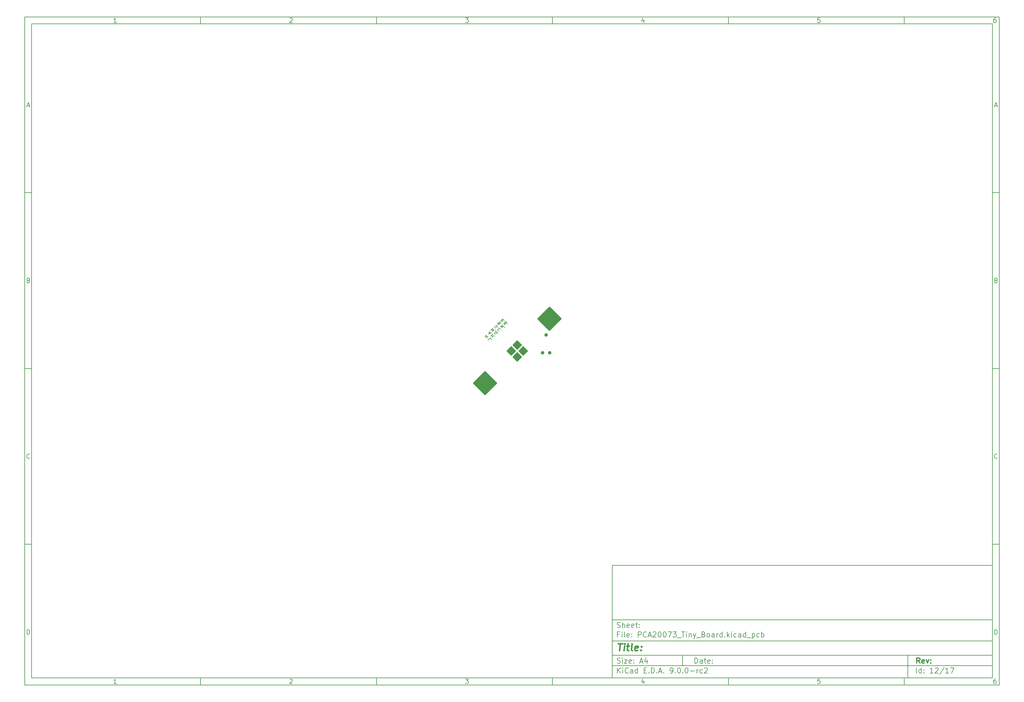
<source format=gbr>
G04 #@! TF.GenerationSoftware,KiCad,Pcbnew,9.0.0-rc2-3baa6cd791~182~ubuntu24.04.1*
G04 #@! TF.CreationDate,2025-02-06T23:09:26-05:00*
G04 #@! TF.ProjectId,PCA20073_Tiny_Board,50434132-3030-4373-935f-54696e795f42,rev?*
G04 #@! TF.SameCoordinates,PX82a22f1PY713a4f2*
G04 #@! TF.FileFunction,Soldermask,Bot*
G04 #@! TF.FilePolarity,Negative*
%FSLAX46Y46*%
G04 Gerber Fmt 4.6, Leading zero omitted, Abs format (unit mm)*
G04 Created by KiCad (PCBNEW 9.0.0-rc2-3baa6cd791~182~ubuntu24.04.1) date 2025-02-06 23:09:26*
%MOMM*%
%LPD*%
G01*
G04 APERTURE LIST*
%ADD10C,0.100000*%
%ADD11C,0.150000*%
%ADD12C,0.300000*%
%ADD13C,0.400000*%
%ADD14C,0.200000*%
%ADD15C,0.990600*%
G04 APERTURE END LIST*
D10*
D11*
X40023015Y-47279278D02*
X148023015Y-47279278D01*
X148023015Y-79279278D01*
X40023015Y-79279278D01*
X40023015Y-47279278D01*
D10*
D11*
X-126979185Y108727922D02*
X150023015Y108727922D01*
X150023015Y-81279278D01*
X-126979185Y-81279278D01*
X-126979185Y108727922D01*
D10*
D11*
X-124979185Y106727922D02*
X148023015Y106727922D01*
X148023015Y-79279278D01*
X-124979185Y-79279278D01*
X-124979185Y106727922D01*
D10*
D11*
X-76979185Y106727922D02*
X-76979185Y108727922D01*
D10*
D11*
X-26979185Y106727922D02*
X-26979185Y108727922D01*
D10*
D11*
X23020815Y106727922D02*
X23020815Y108727922D01*
D10*
D11*
X73020815Y106727922D02*
X73020815Y108727922D01*
D10*
D11*
X123020815Y106727922D02*
X123020815Y108727922D01*
D10*
D11*
X-100890025Y107134318D02*
X-101632882Y107134318D01*
X-101261454Y107134318D02*
X-101261454Y108434318D01*
X-101261454Y108434318D02*
X-101385263Y108248603D01*
X-101385263Y108248603D02*
X-101509073Y108124794D01*
X-101509073Y108124794D02*
X-101632882Y108062889D01*
D10*
D11*
X-51632882Y108310508D02*
X-51570978Y108372413D01*
X-51570978Y108372413D02*
X-51447168Y108434318D01*
X-51447168Y108434318D02*
X-51137644Y108434318D01*
X-51137644Y108434318D02*
X-51013835Y108372413D01*
X-51013835Y108372413D02*
X-50951930Y108310508D01*
X-50951930Y108310508D02*
X-50890025Y108186699D01*
X-50890025Y108186699D02*
X-50890025Y108062889D01*
X-50890025Y108062889D02*
X-50951930Y107877175D01*
X-50951930Y107877175D02*
X-51694787Y107134318D01*
X-51694787Y107134318D02*
X-50890025Y107134318D01*
D10*
D11*
X-1694787Y108434318D02*
X-890025Y108434318D01*
X-890025Y108434318D02*
X-1323359Y107939080D01*
X-1323359Y107939080D02*
X-1137644Y107939080D01*
X-1137644Y107939080D02*
X-1013835Y107877175D01*
X-1013835Y107877175D02*
X-951930Y107815270D01*
X-951930Y107815270D02*
X-890025Y107691461D01*
X-890025Y107691461D02*
X-890025Y107381937D01*
X-890025Y107381937D02*
X-951930Y107258127D01*
X-951930Y107258127D02*
X-1013835Y107196222D01*
X-1013835Y107196222D02*
X-1137644Y107134318D01*
X-1137644Y107134318D02*
X-1509073Y107134318D01*
X-1509073Y107134318D02*
X-1632882Y107196222D01*
X-1632882Y107196222D02*
X-1694787Y107258127D01*
D10*
D11*
X48986165Y108000984D02*
X48986165Y107134318D01*
X48676641Y108496222D02*
X48367118Y107567651D01*
X48367118Y107567651D02*
X49171879Y107567651D01*
D10*
D11*
X99048070Y108434318D02*
X98429022Y108434318D01*
X98429022Y108434318D02*
X98367118Y107815270D01*
X98367118Y107815270D02*
X98429022Y107877175D01*
X98429022Y107877175D02*
X98552832Y107939080D01*
X98552832Y107939080D02*
X98862356Y107939080D01*
X98862356Y107939080D02*
X98986165Y107877175D01*
X98986165Y107877175D02*
X99048070Y107815270D01*
X99048070Y107815270D02*
X99109975Y107691461D01*
X99109975Y107691461D02*
X99109975Y107381937D01*
X99109975Y107381937D02*
X99048070Y107258127D01*
X99048070Y107258127D02*
X98986165Y107196222D01*
X98986165Y107196222D02*
X98862356Y107134318D01*
X98862356Y107134318D02*
X98552832Y107134318D01*
X98552832Y107134318D02*
X98429022Y107196222D01*
X98429022Y107196222D02*
X98367118Y107258127D01*
D10*
D11*
X148986165Y108434318D02*
X148738546Y108434318D01*
X148738546Y108434318D02*
X148614737Y108372413D01*
X148614737Y108372413D02*
X148552832Y108310508D01*
X148552832Y108310508D02*
X148429022Y108124794D01*
X148429022Y108124794D02*
X148367118Y107877175D01*
X148367118Y107877175D02*
X148367118Y107381937D01*
X148367118Y107381937D02*
X148429022Y107258127D01*
X148429022Y107258127D02*
X148490927Y107196222D01*
X148490927Y107196222D02*
X148614737Y107134318D01*
X148614737Y107134318D02*
X148862356Y107134318D01*
X148862356Y107134318D02*
X148986165Y107196222D01*
X148986165Y107196222D02*
X149048070Y107258127D01*
X149048070Y107258127D02*
X149109975Y107381937D01*
X149109975Y107381937D02*
X149109975Y107691461D01*
X149109975Y107691461D02*
X149048070Y107815270D01*
X149048070Y107815270D02*
X148986165Y107877175D01*
X148986165Y107877175D02*
X148862356Y107939080D01*
X148862356Y107939080D02*
X148614737Y107939080D01*
X148614737Y107939080D02*
X148490927Y107877175D01*
X148490927Y107877175D02*
X148429022Y107815270D01*
X148429022Y107815270D02*
X148367118Y107691461D01*
D10*
D11*
X-76979185Y-79279278D02*
X-76979185Y-81279278D01*
D10*
D11*
X-26979185Y-79279278D02*
X-26979185Y-81279278D01*
D10*
D11*
X23020815Y-79279278D02*
X23020815Y-81279278D01*
D10*
D11*
X73020815Y-79279278D02*
X73020815Y-81279278D01*
D10*
D11*
X123020815Y-79279278D02*
X123020815Y-81279278D01*
D10*
D11*
X-100890025Y-80872882D02*
X-101632882Y-80872882D01*
X-101261454Y-80872882D02*
X-101261454Y-79572882D01*
X-101261454Y-79572882D02*
X-101385263Y-79758597D01*
X-101385263Y-79758597D02*
X-101509073Y-79882406D01*
X-101509073Y-79882406D02*
X-101632882Y-79944311D01*
D10*
D11*
X-51632882Y-79696692D02*
X-51570978Y-79634787D01*
X-51570978Y-79634787D02*
X-51447168Y-79572882D01*
X-51447168Y-79572882D02*
X-51137644Y-79572882D01*
X-51137644Y-79572882D02*
X-51013835Y-79634787D01*
X-51013835Y-79634787D02*
X-50951930Y-79696692D01*
X-50951930Y-79696692D02*
X-50890025Y-79820501D01*
X-50890025Y-79820501D02*
X-50890025Y-79944311D01*
X-50890025Y-79944311D02*
X-50951930Y-80130025D01*
X-50951930Y-80130025D02*
X-51694787Y-80872882D01*
X-51694787Y-80872882D02*
X-50890025Y-80872882D01*
D10*
D11*
X-1694787Y-79572882D02*
X-890025Y-79572882D01*
X-890025Y-79572882D02*
X-1323359Y-80068120D01*
X-1323359Y-80068120D02*
X-1137644Y-80068120D01*
X-1137644Y-80068120D02*
X-1013835Y-80130025D01*
X-1013835Y-80130025D02*
X-951930Y-80191930D01*
X-951930Y-80191930D02*
X-890025Y-80315739D01*
X-890025Y-80315739D02*
X-890025Y-80625263D01*
X-890025Y-80625263D02*
X-951930Y-80749073D01*
X-951930Y-80749073D02*
X-1013835Y-80810978D01*
X-1013835Y-80810978D02*
X-1137644Y-80872882D01*
X-1137644Y-80872882D02*
X-1509073Y-80872882D01*
X-1509073Y-80872882D02*
X-1632882Y-80810978D01*
X-1632882Y-80810978D02*
X-1694787Y-80749073D01*
D10*
D11*
X48986165Y-80006216D02*
X48986165Y-80872882D01*
X48676641Y-79510978D02*
X48367118Y-80439549D01*
X48367118Y-80439549D02*
X49171879Y-80439549D01*
D10*
D11*
X99048070Y-79572882D02*
X98429022Y-79572882D01*
X98429022Y-79572882D02*
X98367118Y-80191930D01*
X98367118Y-80191930D02*
X98429022Y-80130025D01*
X98429022Y-80130025D02*
X98552832Y-80068120D01*
X98552832Y-80068120D02*
X98862356Y-80068120D01*
X98862356Y-80068120D02*
X98986165Y-80130025D01*
X98986165Y-80130025D02*
X99048070Y-80191930D01*
X99048070Y-80191930D02*
X99109975Y-80315739D01*
X99109975Y-80315739D02*
X99109975Y-80625263D01*
X99109975Y-80625263D02*
X99048070Y-80749073D01*
X99048070Y-80749073D02*
X98986165Y-80810978D01*
X98986165Y-80810978D02*
X98862356Y-80872882D01*
X98862356Y-80872882D02*
X98552832Y-80872882D01*
X98552832Y-80872882D02*
X98429022Y-80810978D01*
X98429022Y-80810978D02*
X98367118Y-80749073D01*
D10*
D11*
X148986165Y-79572882D02*
X148738546Y-79572882D01*
X148738546Y-79572882D02*
X148614737Y-79634787D01*
X148614737Y-79634787D02*
X148552832Y-79696692D01*
X148552832Y-79696692D02*
X148429022Y-79882406D01*
X148429022Y-79882406D02*
X148367118Y-80130025D01*
X148367118Y-80130025D02*
X148367118Y-80625263D01*
X148367118Y-80625263D02*
X148429022Y-80749073D01*
X148429022Y-80749073D02*
X148490927Y-80810978D01*
X148490927Y-80810978D02*
X148614737Y-80872882D01*
X148614737Y-80872882D02*
X148862356Y-80872882D01*
X148862356Y-80872882D02*
X148986165Y-80810978D01*
X148986165Y-80810978D02*
X149048070Y-80749073D01*
X149048070Y-80749073D02*
X149109975Y-80625263D01*
X149109975Y-80625263D02*
X149109975Y-80315739D01*
X149109975Y-80315739D02*
X149048070Y-80191930D01*
X149048070Y-80191930D02*
X148986165Y-80130025D01*
X148986165Y-80130025D02*
X148862356Y-80068120D01*
X148862356Y-80068120D02*
X148614737Y-80068120D01*
X148614737Y-80068120D02*
X148490927Y-80130025D01*
X148490927Y-80130025D02*
X148429022Y-80191930D01*
X148429022Y-80191930D02*
X148367118Y-80315739D01*
D10*
D11*
X-126979185Y58727922D02*
X-124979185Y58727922D01*
D10*
D11*
X-126979185Y8727922D02*
X-124979185Y8727922D01*
D10*
D11*
X-126979185Y-41272078D02*
X-124979185Y-41272078D01*
D10*
D11*
X-126288709Y83505746D02*
X-125669662Y83505746D01*
X-126412519Y83134318D02*
X-125979186Y84434318D01*
X-125979186Y84434318D02*
X-125545852Y83134318D01*
D10*
D11*
X-125886328Y33815270D02*
X-125700614Y33753365D01*
X-125700614Y33753365D02*
X-125638709Y33691461D01*
X-125638709Y33691461D02*
X-125576805Y33567651D01*
X-125576805Y33567651D02*
X-125576805Y33381937D01*
X-125576805Y33381937D02*
X-125638709Y33258127D01*
X-125638709Y33258127D02*
X-125700614Y33196222D01*
X-125700614Y33196222D02*
X-125824424Y33134318D01*
X-125824424Y33134318D02*
X-126319662Y33134318D01*
X-126319662Y33134318D02*
X-126319662Y34434318D01*
X-126319662Y34434318D02*
X-125886328Y34434318D01*
X-125886328Y34434318D02*
X-125762519Y34372413D01*
X-125762519Y34372413D02*
X-125700614Y34310508D01*
X-125700614Y34310508D02*
X-125638709Y34186699D01*
X-125638709Y34186699D02*
X-125638709Y34062889D01*
X-125638709Y34062889D02*
X-125700614Y33939080D01*
X-125700614Y33939080D02*
X-125762519Y33877175D01*
X-125762519Y33877175D02*
X-125886328Y33815270D01*
X-125886328Y33815270D02*
X-126319662Y33815270D01*
D10*
D11*
X-125576805Y-16741873D02*
X-125638709Y-16803778D01*
X-125638709Y-16803778D02*
X-125824424Y-16865682D01*
X-125824424Y-16865682D02*
X-125948233Y-16865682D01*
X-125948233Y-16865682D02*
X-126133947Y-16803778D01*
X-126133947Y-16803778D02*
X-126257757Y-16679968D01*
X-126257757Y-16679968D02*
X-126319662Y-16556158D01*
X-126319662Y-16556158D02*
X-126381566Y-16308539D01*
X-126381566Y-16308539D02*
X-126381566Y-16122825D01*
X-126381566Y-16122825D02*
X-126319662Y-15875206D01*
X-126319662Y-15875206D02*
X-126257757Y-15751397D01*
X-126257757Y-15751397D02*
X-126133947Y-15627587D01*
X-126133947Y-15627587D02*
X-125948233Y-15565682D01*
X-125948233Y-15565682D02*
X-125824424Y-15565682D01*
X-125824424Y-15565682D02*
X-125638709Y-15627587D01*
X-125638709Y-15627587D02*
X-125576805Y-15689492D01*
D10*
D11*
X-126319662Y-66865682D02*
X-126319662Y-65565682D01*
X-126319662Y-65565682D02*
X-126010138Y-65565682D01*
X-126010138Y-65565682D02*
X-125824424Y-65627587D01*
X-125824424Y-65627587D02*
X-125700614Y-65751397D01*
X-125700614Y-65751397D02*
X-125638709Y-65875206D01*
X-125638709Y-65875206D02*
X-125576805Y-66122825D01*
X-125576805Y-66122825D02*
X-125576805Y-66308539D01*
X-125576805Y-66308539D02*
X-125638709Y-66556158D01*
X-125638709Y-66556158D02*
X-125700614Y-66679968D01*
X-125700614Y-66679968D02*
X-125824424Y-66803778D01*
X-125824424Y-66803778D02*
X-126010138Y-66865682D01*
X-126010138Y-66865682D02*
X-126319662Y-66865682D01*
D10*
D11*
X150023015Y58727922D02*
X148023015Y58727922D01*
D10*
D11*
X150023015Y8727922D02*
X148023015Y8727922D01*
D10*
D11*
X150023015Y-41272078D02*
X148023015Y-41272078D01*
D10*
D11*
X148713491Y83505746D02*
X149332538Y83505746D01*
X148589681Y83134318D02*
X149023014Y84434318D01*
X149023014Y84434318D02*
X149456348Y83134318D01*
D10*
D11*
X149115872Y33815270D02*
X149301586Y33753365D01*
X149301586Y33753365D02*
X149363491Y33691461D01*
X149363491Y33691461D02*
X149425395Y33567651D01*
X149425395Y33567651D02*
X149425395Y33381937D01*
X149425395Y33381937D02*
X149363491Y33258127D01*
X149363491Y33258127D02*
X149301586Y33196222D01*
X149301586Y33196222D02*
X149177776Y33134318D01*
X149177776Y33134318D02*
X148682538Y33134318D01*
X148682538Y33134318D02*
X148682538Y34434318D01*
X148682538Y34434318D02*
X149115872Y34434318D01*
X149115872Y34434318D02*
X149239681Y34372413D01*
X149239681Y34372413D02*
X149301586Y34310508D01*
X149301586Y34310508D02*
X149363491Y34186699D01*
X149363491Y34186699D02*
X149363491Y34062889D01*
X149363491Y34062889D02*
X149301586Y33939080D01*
X149301586Y33939080D02*
X149239681Y33877175D01*
X149239681Y33877175D02*
X149115872Y33815270D01*
X149115872Y33815270D02*
X148682538Y33815270D01*
D10*
D11*
X149425395Y-16741873D02*
X149363491Y-16803778D01*
X149363491Y-16803778D02*
X149177776Y-16865682D01*
X149177776Y-16865682D02*
X149053967Y-16865682D01*
X149053967Y-16865682D02*
X148868253Y-16803778D01*
X148868253Y-16803778D02*
X148744443Y-16679968D01*
X148744443Y-16679968D02*
X148682538Y-16556158D01*
X148682538Y-16556158D02*
X148620634Y-16308539D01*
X148620634Y-16308539D02*
X148620634Y-16122825D01*
X148620634Y-16122825D02*
X148682538Y-15875206D01*
X148682538Y-15875206D02*
X148744443Y-15751397D01*
X148744443Y-15751397D02*
X148868253Y-15627587D01*
X148868253Y-15627587D02*
X149053967Y-15565682D01*
X149053967Y-15565682D02*
X149177776Y-15565682D01*
X149177776Y-15565682D02*
X149363491Y-15627587D01*
X149363491Y-15627587D02*
X149425395Y-15689492D01*
D10*
D11*
X148682538Y-66865682D02*
X148682538Y-65565682D01*
X148682538Y-65565682D02*
X148992062Y-65565682D01*
X148992062Y-65565682D02*
X149177776Y-65627587D01*
X149177776Y-65627587D02*
X149301586Y-65751397D01*
X149301586Y-65751397D02*
X149363491Y-65875206D01*
X149363491Y-65875206D02*
X149425395Y-66122825D01*
X149425395Y-66122825D02*
X149425395Y-66308539D01*
X149425395Y-66308539D02*
X149363491Y-66556158D01*
X149363491Y-66556158D02*
X149301586Y-66679968D01*
X149301586Y-66679968D02*
X149177776Y-66803778D01*
X149177776Y-66803778D02*
X148992062Y-66865682D01*
X148992062Y-66865682D02*
X148682538Y-66865682D01*
D10*
D11*
X63478841Y-75065406D02*
X63478841Y-73565406D01*
X63478841Y-73565406D02*
X63835984Y-73565406D01*
X63835984Y-73565406D02*
X64050270Y-73636835D01*
X64050270Y-73636835D02*
X64193127Y-73779692D01*
X64193127Y-73779692D02*
X64264556Y-73922549D01*
X64264556Y-73922549D02*
X64335984Y-74208263D01*
X64335984Y-74208263D02*
X64335984Y-74422549D01*
X64335984Y-74422549D02*
X64264556Y-74708263D01*
X64264556Y-74708263D02*
X64193127Y-74851120D01*
X64193127Y-74851120D02*
X64050270Y-74993978D01*
X64050270Y-74993978D02*
X63835984Y-75065406D01*
X63835984Y-75065406D02*
X63478841Y-75065406D01*
X65621699Y-75065406D02*
X65621699Y-74279692D01*
X65621699Y-74279692D02*
X65550270Y-74136835D01*
X65550270Y-74136835D02*
X65407413Y-74065406D01*
X65407413Y-74065406D02*
X65121699Y-74065406D01*
X65121699Y-74065406D02*
X64978841Y-74136835D01*
X65621699Y-74993978D02*
X65478841Y-75065406D01*
X65478841Y-75065406D02*
X65121699Y-75065406D01*
X65121699Y-75065406D02*
X64978841Y-74993978D01*
X64978841Y-74993978D02*
X64907413Y-74851120D01*
X64907413Y-74851120D02*
X64907413Y-74708263D01*
X64907413Y-74708263D02*
X64978841Y-74565406D01*
X64978841Y-74565406D02*
X65121699Y-74493978D01*
X65121699Y-74493978D02*
X65478841Y-74493978D01*
X65478841Y-74493978D02*
X65621699Y-74422549D01*
X66121699Y-74065406D02*
X66693127Y-74065406D01*
X66335984Y-73565406D02*
X66335984Y-74851120D01*
X66335984Y-74851120D02*
X66407413Y-74993978D01*
X66407413Y-74993978D02*
X66550270Y-75065406D01*
X66550270Y-75065406D02*
X66693127Y-75065406D01*
X67764556Y-74993978D02*
X67621699Y-75065406D01*
X67621699Y-75065406D02*
X67335985Y-75065406D01*
X67335985Y-75065406D02*
X67193127Y-74993978D01*
X67193127Y-74993978D02*
X67121699Y-74851120D01*
X67121699Y-74851120D02*
X67121699Y-74279692D01*
X67121699Y-74279692D02*
X67193127Y-74136835D01*
X67193127Y-74136835D02*
X67335985Y-74065406D01*
X67335985Y-74065406D02*
X67621699Y-74065406D01*
X67621699Y-74065406D02*
X67764556Y-74136835D01*
X67764556Y-74136835D02*
X67835985Y-74279692D01*
X67835985Y-74279692D02*
X67835985Y-74422549D01*
X67835985Y-74422549D02*
X67121699Y-74565406D01*
X68478841Y-74922549D02*
X68550270Y-74993978D01*
X68550270Y-74993978D02*
X68478841Y-75065406D01*
X68478841Y-75065406D02*
X68407413Y-74993978D01*
X68407413Y-74993978D02*
X68478841Y-74922549D01*
X68478841Y-74922549D02*
X68478841Y-75065406D01*
X68478841Y-74136835D02*
X68550270Y-74208263D01*
X68550270Y-74208263D02*
X68478841Y-74279692D01*
X68478841Y-74279692D02*
X68407413Y-74208263D01*
X68407413Y-74208263D02*
X68478841Y-74136835D01*
X68478841Y-74136835D02*
X68478841Y-74279692D01*
D10*
D11*
X40023015Y-75779278D02*
X148023015Y-75779278D01*
D10*
D11*
X41478841Y-77865406D02*
X41478841Y-76365406D01*
X42335984Y-77865406D02*
X41693127Y-77008263D01*
X42335984Y-76365406D02*
X41478841Y-77222549D01*
X42978841Y-77865406D02*
X42978841Y-76865406D01*
X42978841Y-76365406D02*
X42907413Y-76436835D01*
X42907413Y-76436835D02*
X42978841Y-76508263D01*
X42978841Y-76508263D02*
X43050270Y-76436835D01*
X43050270Y-76436835D02*
X42978841Y-76365406D01*
X42978841Y-76365406D02*
X42978841Y-76508263D01*
X44550270Y-77722549D02*
X44478842Y-77793978D01*
X44478842Y-77793978D02*
X44264556Y-77865406D01*
X44264556Y-77865406D02*
X44121699Y-77865406D01*
X44121699Y-77865406D02*
X43907413Y-77793978D01*
X43907413Y-77793978D02*
X43764556Y-77651120D01*
X43764556Y-77651120D02*
X43693127Y-77508263D01*
X43693127Y-77508263D02*
X43621699Y-77222549D01*
X43621699Y-77222549D02*
X43621699Y-77008263D01*
X43621699Y-77008263D02*
X43693127Y-76722549D01*
X43693127Y-76722549D02*
X43764556Y-76579692D01*
X43764556Y-76579692D02*
X43907413Y-76436835D01*
X43907413Y-76436835D02*
X44121699Y-76365406D01*
X44121699Y-76365406D02*
X44264556Y-76365406D01*
X44264556Y-76365406D02*
X44478842Y-76436835D01*
X44478842Y-76436835D02*
X44550270Y-76508263D01*
X45835985Y-77865406D02*
X45835985Y-77079692D01*
X45835985Y-77079692D02*
X45764556Y-76936835D01*
X45764556Y-76936835D02*
X45621699Y-76865406D01*
X45621699Y-76865406D02*
X45335985Y-76865406D01*
X45335985Y-76865406D02*
X45193127Y-76936835D01*
X45835985Y-77793978D02*
X45693127Y-77865406D01*
X45693127Y-77865406D02*
X45335985Y-77865406D01*
X45335985Y-77865406D02*
X45193127Y-77793978D01*
X45193127Y-77793978D02*
X45121699Y-77651120D01*
X45121699Y-77651120D02*
X45121699Y-77508263D01*
X45121699Y-77508263D02*
X45193127Y-77365406D01*
X45193127Y-77365406D02*
X45335985Y-77293978D01*
X45335985Y-77293978D02*
X45693127Y-77293978D01*
X45693127Y-77293978D02*
X45835985Y-77222549D01*
X47193128Y-77865406D02*
X47193128Y-76365406D01*
X47193128Y-77793978D02*
X47050270Y-77865406D01*
X47050270Y-77865406D02*
X46764556Y-77865406D01*
X46764556Y-77865406D02*
X46621699Y-77793978D01*
X46621699Y-77793978D02*
X46550270Y-77722549D01*
X46550270Y-77722549D02*
X46478842Y-77579692D01*
X46478842Y-77579692D02*
X46478842Y-77151120D01*
X46478842Y-77151120D02*
X46550270Y-77008263D01*
X46550270Y-77008263D02*
X46621699Y-76936835D01*
X46621699Y-76936835D02*
X46764556Y-76865406D01*
X46764556Y-76865406D02*
X47050270Y-76865406D01*
X47050270Y-76865406D02*
X47193128Y-76936835D01*
X49050270Y-77079692D02*
X49550270Y-77079692D01*
X49764556Y-77865406D02*
X49050270Y-77865406D01*
X49050270Y-77865406D02*
X49050270Y-76365406D01*
X49050270Y-76365406D02*
X49764556Y-76365406D01*
X50407413Y-77722549D02*
X50478842Y-77793978D01*
X50478842Y-77793978D02*
X50407413Y-77865406D01*
X50407413Y-77865406D02*
X50335985Y-77793978D01*
X50335985Y-77793978D02*
X50407413Y-77722549D01*
X50407413Y-77722549D02*
X50407413Y-77865406D01*
X51121699Y-77865406D02*
X51121699Y-76365406D01*
X51121699Y-76365406D02*
X51478842Y-76365406D01*
X51478842Y-76365406D02*
X51693128Y-76436835D01*
X51693128Y-76436835D02*
X51835985Y-76579692D01*
X51835985Y-76579692D02*
X51907414Y-76722549D01*
X51907414Y-76722549D02*
X51978842Y-77008263D01*
X51978842Y-77008263D02*
X51978842Y-77222549D01*
X51978842Y-77222549D02*
X51907414Y-77508263D01*
X51907414Y-77508263D02*
X51835985Y-77651120D01*
X51835985Y-77651120D02*
X51693128Y-77793978D01*
X51693128Y-77793978D02*
X51478842Y-77865406D01*
X51478842Y-77865406D02*
X51121699Y-77865406D01*
X52621699Y-77722549D02*
X52693128Y-77793978D01*
X52693128Y-77793978D02*
X52621699Y-77865406D01*
X52621699Y-77865406D02*
X52550271Y-77793978D01*
X52550271Y-77793978D02*
X52621699Y-77722549D01*
X52621699Y-77722549D02*
X52621699Y-77865406D01*
X53264557Y-77436835D02*
X53978843Y-77436835D01*
X53121700Y-77865406D02*
X53621700Y-76365406D01*
X53621700Y-76365406D02*
X54121700Y-77865406D01*
X54621699Y-77722549D02*
X54693128Y-77793978D01*
X54693128Y-77793978D02*
X54621699Y-77865406D01*
X54621699Y-77865406D02*
X54550271Y-77793978D01*
X54550271Y-77793978D02*
X54621699Y-77722549D01*
X54621699Y-77722549D02*
X54621699Y-77865406D01*
X56550271Y-77865406D02*
X56835985Y-77865406D01*
X56835985Y-77865406D02*
X56978842Y-77793978D01*
X56978842Y-77793978D02*
X57050271Y-77722549D01*
X57050271Y-77722549D02*
X57193128Y-77508263D01*
X57193128Y-77508263D02*
X57264557Y-77222549D01*
X57264557Y-77222549D02*
X57264557Y-76651120D01*
X57264557Y-76651120D02*
X57193128Y-76508263D01*
X57193128Y-76508263D02*
X57121700Y-76436835D01*
X57121700Y-76436835D02*
X56978842Y-76365406D01*
X56978842Y-76365406D02*
X56693128Y-76365406D01*
X56693128Y-76365406D02*
X56550271Y-76436835D01*
X56550271Y-76436835D02*
X56478842Y-76508263D01*
X56478842Y-76508263D02*
X56407414Y-76651120D01*
X56407414Y-76651120D02*
X56407414Y-77008263D01*
X56407414Y-77008263D02*
X56478842Y-77151120D01*
X56478842Y-77151120D02*
X56550271Y-77222549D01*
X56550271Y-77222549D02*
X56693128Y-77293978D01*
X56693128Y-77293978D02*
X56978842Y-77293978D01*
X56978842Y-77293978D02*
X57121700Y-77222549D01*
X57121700Y-77222549D02*
X57193128Y-77151120D01*
X57193128Y-77151120D02*
X57264557Y-77008263D01*
X57907413Y-77722549D02*
X57978842Y-77793978D01*
X57978842Y-77793978D02*
X57907413Y-77865406D01*
X57907413Y-77865406D02*
X57835985Y-77793978D01*
X57835985Y-77793978D02*
X57907413Y-77722549D01*
X57907413Y-77722549D02*
X57907413Y-77865406D01*
X58907414Y-76365406D02*
X59050271Y-76365406D01*
X59050271Y-76365406D02*
X59193128Y-76436835D01*
X59193128Y-76436835D02*
X59264557Y-76508263D01*
X59264557Y-76508263D02*
X59335985Y-76651120D01*
X59335985Y-76651120D02*
X59407414Y-76936835D01*
X59407414Y-76936835D02*
X59407414Y-77293978D01*
X59407414Y-77293978D02*
X59335985Y-77579692D01*
X59335985Y-77579692D02*
X59264557Y-77722549D01*
X59264557Y-77722549D02*
X59193128Y-77793978D01*
X59193128Y-77793978D02*
X59050271Y-77865406D01*
X59050271Y-77865406D02*
X58907414Y-77865406D01*
X58907414Y-77865406D02*
X58764557Y-77793978D01*
X58764557Y-77793978D02*
X58693128Y-77722549D01*
X58693128Y-77722549D02*
X58621699Y-77579692D01*
X58621699Y-77579692D02*
X58550271Y-77293978D01*
X58550271Y-77293978D02*
X58550271Y-76936835D01*
X58550271Y-76936835D02*
X58621699Y-76651120D01*
X58621699Y-76651120D02*
X58693128Y-76508263D01*
X58693128Y-76508263D02*
X58764557Y-76436835D01*
X58764557Y-76436835D02*
X58907414Y-76365406D01*
X60050270Y-77722549D02*
X60121699Y-77793978D01*
X60121699Y-77793978D02*
X60050270Y-77865406D01*
X60050270Y-77865406D02*
X59978842Y-77793978D01*
X59978842Y-77793978D02*
X60050270Y-77722549D01*
X60050270Y-77722549D02*
X60050270Y-77865406D01*
X61050271Y-76365406D02*
X61193128Y-76365406D01*
X61193128Y-76365406D02*
X61335985Y-76436835D01*
X61335985Y-76436835D02*
X61407414Y-76508263D01*
X61407414Y-76508263D02*
X61478842Y-76651120D01*
X61478842Y-76651120D02*
X61550271Y-76936835D01*
X61550271Y-76936835D02*
X61550271Y-77293978D01*
X61550271Y-77293978D02*
X61478842Y-77579692D01*
X61478842Y-77579692D02*
X61407414Y-77722549D01*
X61407414Y-77722549D02*
X61335985Y-77793978D01*
X61335985Y-77793978D02*
X61193128Y-77865406D01*
X61193128Y-77865406D02*
X61050271Y-77865406D01*
X61050271Y-77865406D02*
X60907414Y-77793978D01*
X60907414Y-77793978D02*
X60835985Y-77722549D01*
X60835985Y-77722549D02*
X60764556Y-77579692D01*
X60764556Y-77579692D02*
X60693128Y-77293978D01*
X60693128Y-77293978D02*
X60693128Y-76936835D01*
X60693128Y-76936835D02*
X60764556Y-76651120D01*
X60764556Y-76651120D02*
X60835985Y-76508263D01*
X60835985Y-76508263D02*
X60907414Y-76436835D01*
X60907414Y-76436835D02*
X61050271Y-76365406D01*
X62193127Y-77293978D02*
X63335985Y-77293978D01*
X64050270Y-77865406D02*
X64050270Y-76865406D01*
X64050270Y-77151120D02*
X64121699Y-77008263D01*
X64121699Y-77008263D02*
X64193128Y-76936835D01*
X64193128Y-76936835D02*
X64335985Y-76865406D01*
X64335985Y-76865406D02*
X64478842Y-76865406D01*
X65621699Y-77793978D02*
X65478841Y-77865406D01*
X65478841Y-77865406D02*
X65193127Y-77865406D01*
X65193127Y-77865406D02*
X65050270Y-77793978D01*
X65050270Y-77793978D02*
X64978841Y-77722549D01*
X64978841Y-77722549D02*
X64907413Y-77579692D01*
X64907413Y-77579692D02*
X64907413Y-77151120D01*
X64907413Y-77151120D02*
X64978841Y-77008263D01*
X64978841Y-77008263D02*
X65050270Y-76936835D01*
X65050270Y-76936835D02*
X65193127Y-76865406D01*
X65193127Y-76865406D02*
X65478841Y-76865406D01*
X65478841Y-76865406D02*
X65621699Y-76936835D01*
X66193127Y-76508263D02*
X66264555Y-76436835D01*
X66264555Y-76436835D02*
X66407413Y-76365406D01*
X66407413Y-76365406D02*
X66764555Y-76365406D01*
X66764555Y-76365406D02*
X66907413Y-76436835D01*
X66907413Y-76436835D02*
X66978841Y-76508263D01*
X66978841Y-76508263D02*
X67050270Y-76651120D01*
X67050270Y-76651120D02*
X67050270Y-76793978D01*
X67050270Y-76793978D02*
X66978841Y-77008263D01*
X66978841Y-77008263D02*
X66121698Y-77865406D01*
X66121698Y-77865406D02*
X67050270Y-77865406D01*
D10*
D11*
X40023015Y-72779278D02*
X148023015Y-72779278D01*
D10*
D12*
X127434668Y-75057606D02*
X126934668Y-74343320D01*
X126577525Y-75057606D02*
X126577525Y-73557606D01*
X126577525Y-73557606D02*
X127148954Y-73557606D01*
X127148954Y-73557606D02*
X127291811Y-73629035D01*
X127291811Y-73629035D02*
X127363240Y-73700463D01*
X127363240Y-73700463D02*
X127434668Y-73843320D01*
X127434668Y-73843320D02*
X127434668Y-74057606D01*
X127434668Y-74057606D02*
X127363240Y-74200463D01*
X127363240Y-74200463D02*
X127291811Y-74271892D01*
X127291811Y-74271892D02*
X127148954Y-74343320D01*
X127148954Y-74343320D02*
X126577525Y-74343320D01*
X128648954Y-74986178D02*
X128506097Y-75057606D01*
X128506097Y-75057606D02*
X128220383Y-75057606D01*
X128220383Y-75057606D02*
X128077525Y-74986178D01*
X128077525Y-74986178D02*
X128006097Y-74843320D01*
X128006097Y-74843320D02*
X128006097Y-74271892D01*
X128006097Y-74271892D02*
X128077525Y-74129035D01*
X128077525Y-74129035D02*
X128220383Y-74057606D01*
X128220383Y-74057606D02*
X128506097Y-74057606D01*
X128506097Y-74057606D02*
X128648954Y-74129035D01*
X128648954Y-74129035D02*
X128720383Y-74271892D01*
X128720383Y-74271892D02*
X128720383Y-74414749D01*
X128720383Y-74414749D02*
X128006097Y-74557606D01*
X129220382Y-74057606D02*
X129577525Y-75057606D01*
X129577525Y-75057606D02*
X129934668Y-74057606D01*
X130506096Y-74914749D02*
X130577525Y-74986178D01*
X130577525Y-74986178D02*
X130506096Y-75057606D01*
X130506096Y-75057606D02*
X130434668Y-74986178D01*
X130434668Y-74986178D02*
X130506096Y-74914749D01*
X130506096Y-74914749D02*
X130506096Y-75057606D01*
X130506096Y-74129035D02*
X130577525Y-74200463D01*
X130577525Y-74200463D02*
X130506096Y-74271892D01*
X130506096Y-74271892D02*
X130434668Y-74200463D01*
X130434668Y-74200463D02*
X130506096Y-74129035D01*
X130506096Y-74129035D02*
X130506096Y-74271892D01*
D10*
D11*
X41407413Y-74993978D02*
X41621699Y-75065406D01*
X41621699Y-75065406D02*
X41978841Y-75065406D01*
X41978841Y-75065406D02*
X42121699Y-74993978D01*
X42121699Y-74993978D02*
X42193127Y-74922549D01*
X42193127Y-74922549D02*
X42264556Y-74779692D01*
X42264556Y-74779692D02*
X42264556Y-74636835D01*
X42264556Y-74636835D02*
X42193127Y-74493978D01*
X42193127Y-74493978D02*
X42121699Y-74422549D01*
X42121699Y-74422549D02*
X41978841Y-74351120D01*
X41978841Y-74351120D02*
X41693127Y-74279692D01*
X41693127Y-74279692D02*
X41550270Y-74208263D01*
X41550270Y-74208263D02*
X41478841Y-74136835D01*
X41478841Y-74136835D02*
X41407413Y-73993978D01*
X41407413Y-73993978D02*
X41407413Y-73851120D01*
X41407413Y-73851120D02*
X41478841Y-73708263D01*
X41478841Y-73708263D02*
X41550270Y-73636835D01*
X41550270Y-73636835D02*
X41693127Y-73565406D01*
X41693127Y-73565406D02*
X42050270Y-73565406D01*
X42050270Y-73565406D02*
X42264556Y-73636835D01*
X42907412Y-75065406D02*
X42907412Y-74065406D01*
X42907412Y-73565406D02*
X42835984Y-73636835D01*
X42835984Y-73636835D02*
X42907412Y-73708263D01*
X42907412Y-73708263D02*
X42978841Y-73636835D01*
X42978841Y-73636835D02*
X42907412Y-73565406D01*
X42907412Y-73565406D02*
X42907412Y-73708263D01*
X43478841Y-74065406D02*
X44264556Y-74065406D01*
X44264556Y-74065406D02*
X43478841Y-75065406D01*
X43478841Y-75065406D02*
X44264556Y-75065406D01*
X45407413Y-74993978D02*
X45264556Y-75065406D01*
X45264556Y-75065406D02*
X44978842Y-75065406D01*
X44978842Y-75065406D02*
X44835984Y-74993978D01*
X44835984Y-74993978D02*
X44764556Y-74851120D01*
X44764556Y-74851120D02*
X44764556Y-74279692D01*
X44764556Y-74279692D02*
X44835984Y-74136835D01*
X44835984Y-74136835D02*
X44978842Y-74065406D01*
X44978842Y-74065406D02*
X45264556Y-74065406D01*
X45264556Y-74065406D02*
X45407413Y-74136835D01*
X45407413Y-74136835D02*
X45478842Y-74279692D01*
X45478842Y-74279692D02*
X45478842Y-74422549D01*
X45478842Y-74422549D02*
X44764556Y-74565406D01*
X46121698Y-74922549D02*
X46193127Y-74993978D01*
X46193127Y-74993978D02*
X46121698Y-75065406D01*
X46121698Y-75065406D02*
X46050270Y-74993978D01*
X46050270Y-74993978D02*
X46121698Y-74922549D01*
X46121698Y-74922549D02*
X46121698Y-75065406D01*
X46121698Y-74136835D02*
X46193127Y-74208263D01*
X46193127Y-74208263D02*
X46121698Y-74279692D01*
X46121698Y-74279692D02*
X46050270Y-74208263D01*
X46050270Y-74208263D02*
X46121698Y-74136835D01*
X46121698Y-74136835D02*
X46121698Y-74279692D01*
X47907413Y-74636835D02*
X48621699Y-74636835D01*
X47764556Y-75065406D02*
X48264556Y-73565406D01*
X48264556Y-73565406D02*
X48764556Y-75065406D01*
X49907413Y-74065406D02*
X49907413Y-75065406D01*
X49550270Y-73493978D02*
X49193127Y-74565406D01*
X49193127Y-74565406D02*
X50121698Y-74565406D01*
D10*
D11*
X126478841Y-77865406D02*
X126478841Y-76365406D01*
X127835985Y-77865406D02*
X127835985Y-76365406D01*
X127835985Y-77793978D02*
X127693127Y-77865406D01*
X127693127Y-77865406D02*
X127407413Y-77865406D01*
X127407413Y-77865406D02*
X127264556Y-77793978D01*
X127264556Y-77793978D02*
X127193127Y-77722549D01*
X127193127Y-77722549D02*
X127121699Y-77579692D01*
X127121699Y-77579692D02*
X127121699Y-77151120D01*
X127121699Y-77151120D02*
X127193127Y-77008263D01*
X127193127Y-77008263D02*
X127264556Y-76936835D01*
X127264556Y-76936835D02*
X127407413Y-76865406D01*
X127407413Y-76865406D02*
X127693127Y-76865406D01*
X127693127Y-76865406D02*
X127835985Y-76936835D01*
X128550270Y-77722549D02*
X128621699Y-77793978D01*
X128621699Y-77793978D02*
X128550270Y-77865406D01*
X128550270Y-77865406D02*
X128478842Y-77793978D01*
X128478842Y-77793978D02*
X128550270Y-77722549D01*
X128550270Y-77722549D02*
X128550270Y-77865406D01*
X128550270Y-76936835D02*
X128621699Y-77008263D01*
X128621699Y-77008263D02*
X128550270Y-77079692D01*
X128550270Y-77079692D02*
X128478842Y-77008263D01*
X128478842Y-77008263D02*
X128550270Y-76936835D01*
X128550270Y-76936835D02*
X128550270Y-77079692D01*
X131193128Y-77865406D02*
X130335985Y-77865406D01*
X130764556Y-77865406D02*
X130764556Y-76365406D01*
X130764556Y-76365406D02*
X130621699Y-76579692D01*
X130621699Y-76579692D02*
X130478842Y-76722549D01*
X130478842Y-76722549D02*
X130335985Y-76793978D01*
X131764556Y-76508263D02*
X131835984Y-76436835D01*
X131835984Y-76436835D02*
X131978842Y-76365406D01*
X131978842Y-76365406D02*
X132335984Y-76365406D01*
X132335984Y-76365406D02*
X132478842Y-76436835D01*
X132478842Y-76436835D02*
X132550270Y-76508263D01*
X132550270Y-76508263D02*
X132621699Y-76651120D01*
X132621699Y-76651120D02*
X132621699Y-76793978D01*
X132621699Y-76793978D02*
X132550270Y-77008263D01*
X132550270Y-77008263D02*
X131693127Y-77865406D01*
X131693127Y-77865406D02*
X132621699Y-77865406D01*
X134335984Y-76293978D02*
X133050270Y-78222549D01*
X135621699Y-77865406D02*
X134764556Y-77865406D01*
X135193127Y-77865406D02*
X135193127Y-76365406D01*
X135193127Y-76365406D02*
X135050270Y-76579692D01*
X135050270Y-76579692D02*
X134907413Y-76722549D01*
X134907413Y-76722549D02*
X134764556Y-76793978D01*
X136121698Y-76365406D02*
X137121698Y-76365406D01*
X137121698Y-76365406D02*
X136478841Y-77865406D01*
D10*
D11*
X40023015Y-68779278D02*
X148023015Y-68779278D01*
D10*
D13*
X41714743Y-69483716D02*
X42857600Y-69483716D01*
X42036172Y-71483716D02*
X42286172Y-69483716D01*
X43274267Y-71483716D02*
X43440934Y-70150382D01*
X43524267Y-69483716D02*
X43417124Y-69578954D01*
X43417124Y-69578954D02*
X43500458Y-69674192D01*
X43500458Y-69674192D02*
X43607601Y-69578954D01*
X43607601Y-69578954D02*
X43524267Y-69483716D01*
X43524267Y-69483716D02*
X43500458Y-69674192D01*
X44107601Y-70150382D02*
X44869505Y-70150382D01*
X44476648Y-69483716D02*
X44262363Y-71198001D01*
X44262363Y-71198001D02*
X44333791Y-71388478D01*
X44333791Y-71388478D02*
X44512363Y-71483716D01*
X44512363Y-71483716D02*
X44702839Y-71483716D01*
X45655220Y-71483716D02*
X45476648Y-71388478D01*
X45476648Y-71388478D02*
X45405220Y-71198001D01*
X45405220Y-71198001D02*
X45619505Y-69483716D01*
X47190934Y-71388478D02*
X46988553Y-71483716D01*
X46988553Y-71483716D02*
X46607600Y-71483716D01*
X46607600Y-71483716D02*
X46429029Y-71388478D01*
X46429029Y-71388478D02*
X46357600Y-71198001D01*
X46357600Y-71198001D02*
X46452839Y-70436097D01*
X46452839Y-70436097D02*
X46571886Y-70245620D01*
X46571886Y-70245620D02*
X46774267Y-70150382D01*
X46774267Y-70150382D02*
X47155219Y-70150382D01*
X47155219Y-70150382D02*
X47333791Y-70245620D01*
X47333791Y-70245620D02*
X47405219Y-70436097D01*
X47405219Y-70436097D02*
X47381410Y-70626573D01*
X47381410Y-70626573D02*
X46405219Y-70817049D01*
X48155220Y-71293239D02*
X48238553Y-71388478D01*
X48238553Y-71388478D02*
X48131410Y-71483716D01*
X48131410Y-71483716D02*
X48048077Y-71388478D01*
X48048077Y-71388478D02*
X48155220Y-71293239D01*
X48155220Y-71293239D02*
X48131410Y-71483716D01*
X48286172Y-70245620D02*
X48369505Y-70340858D01*
X48369505Y-70340858D02*
X48262363Y-70436097D01*
X48262363Y-70436097D02*
X48179029Y-70340858D01*
X48179029Y-70340858D02*
X48286172Y-70245620D01*
X48286172Y-70245620D02*
X48262363Y-70436097D01*
D10*
D11*
X41978841Y-66879692D02*
X41478841Y-66879692D01*
X41478841Y-67665406D02*
X41478841Y-66165406D01*
X41478841Y-66165406D02*
X42193127Y-66165406D01*
X42764555Y-67665406D02*
X42764555Y-66665406D01*
X42764555Y-66165406D02*
X42693127Y-66236835D01*
X42693127Y-66236835D02*
X42764555Y-66308263D01*
X42764555Y-66308263D02*
X42835984Y-66236835D01*
X42835984Y-66236835D02*
X42764555Y-66165406D01*
X42764555Y-66165406D02*
X42764555Y-66308263D01*
X43693127Y-67665406D02*
X43550270Y-67593978D01*
X43550270Y-67593978D02*
X43478841Y-67451120D01*
X43478841Y-67451120D02*
X43478841Y-66165406D01*
X44835984Y-67593978D02*
X44693127Y-67665406D01*
X44693127Y-67665406D02*
X44407413Y-67665406D01*
X44407413Y-67665406D02*
X44264555Y-67593978D01*
X44264555Y-67593978D02*
X44193127Y-67451120D01*
X44193127Y-67451120D02*
X44193127Y-66879692D01*
X44193127Y-66879692D02*
X44264555Y-66736835D01*
X44264555Y-66736835D02*
X44407413Y-66665406D01*
X44407413Y-66665406D02*
X44693127Y-66665406D01*
X44693127Y-66665406D02*
X44835984Y-66736835D01*
X44835984Y-66736835D02*
X44907413Y-66879692D01*
X44907413Y-66879692D02*
X44907413Y-67022549D01*
X44907413Y-67022549D02*
X44193127Y-67165406D01*
X45550269Y-67522549D02*
X45621698Y-67593978D01*
X45621698Y-67593978D02*
X45550269Y-67665406D01*
X45550269Y-67665406D02*
X45478841Y-67593978D01*
X45478841Y-67593978D02*
X45550269Y-67522549D01*
X45550269Y-67522549D02*
X45550269Y-67665406D01*
X45550269Y-66736835D02*
X45621698Y-66808263D01*
X45621698Y-66808263D02*
X45550269Y-66879692D01*
X45550269Y-66879692D02*
X45478841Y-66808263D01*
X45478841Y-66808263D02*
X45550269Y-66736835D01*
X45550269Y-66736835D02*
X45550269Y-66879692D01*
X47407412Y-67665406D02*
X47407412Y-66165406D01*
X47407412Y-66165406D02*
X47978841Y-66165406D01*
X47978841Y-66165406D02*
X48121698Y-66236835D01*
X48121698Y-66236835D02*
X48193127Y-66308263D01*
X48193127Y-66308263D02*
X48264555Y-66451120D01*
X48264555Y-66451120D02*
X48264555Y-66665406D01*
X48264555Y-66665406D02*
X48193127Y-66808263D01*
X48193127Y-66808263D02*
X48121698Y-66879692D01*
X48121698Y-66879692D02*
X47978841Y-66951120D01*
X47978841Y-66951120D02*
X47407412Y-66951120D01*
X49764555Y-67522549D02*
X49693127Y-67593978D01*
X49693127Y-67593978D02*
X49478841Y-67665406D01*
X49478841Y-67665406D02*
X49335984Y-67665406D01*
X49335984Y-67665406D02*
X49121698Y-67593978D01*
X49121698Y-67593978D02*
X48978841Y-67451120D01*
X48978841Y-67451120D02*
X48907412Y-67308263D01*
X48907412Y-67308263D02*
X48835984Y-67022549D01*
X48835984Y-67022549D02*
X48835984Y-66808263D01*
X48835984Y-66808263D02*
X48907412Y-66522549D01*
X48907412Y-66522549D02*
X48978841Y-66379692D01*
X48978841Y-66379692D02*
X49121698Y-66236835D01*
X49121698Y-66236835D02*
X49335984Y-66165406D01*
X49335984Y-66165406D02*
X49478841Y-66165406D01*
X49478841Y-66165406D02*
X49693127Y-66236835D01*
X49693127Y-66236835D02*
X49764555Y-66308263D01*
X50335984Y-67236835D02*
X51050270Y-67236835D01*
X50193127Y-67665406D02*
X50693127Y-66165406D01*
X50693127Y-66165406D02*
X51193127Y-67665406D01*
X51621698Y-66308263D02*
X51693126Y-66236835D01*
X51693126Y-66236835D02*
X51835984Y-66165406D01*
X51835984Y-66165406D02*
X52193126Y-66165406D01*
X52193126Y-66165406D02*
X52335984Y-66236835D01*
X52335984Y-66236835D02*
X52407412Y-66308263D01*
X52407412Y-66308263D02*
X52478841Y-66451120D01*
X52478841Y-66451120D02*
X52478841Y-66593978D01*
X52478841Y-66593978D02*
X52407412Y-66808263D01*
X52407412Y-66808263D02*
X51550269Y-67665406D01*
X51550269Y-67665406D02*
X52478841Y-67665406D01*
X53407412Y-66165406D02*
X53550269Y-66165406D01*
X53550269Y-66165406D02*
X53693126Y-66236835D01*
X53693126Y-66236835D02*
X53764555Y-66308263D01*
X53764555Y-66308263D02*
X53835983Y-66451120D01*
X53835983Y-66451120D02*
X53907412Y-66736835D01*
X53907412Y-66736835D02*
X53907412Y-67093978D01*
X53907412Y-67093978D02*
X53835983Y-67379692D01*
X53835983Y-67379692D02*
X53764555Y-67522549D01*
X53764555Y-67522549D02*
X53693126Y-67593978D01*
X53693126Y-67593978D02*
X53550269Y-67665406D01*
X53550269Y-67665406D02*
X53407412Y-67665406D01*
X53407412Y-67665406D02*
X53264555Y-67593978D01*
X53264555Y-67593978D02*
X53193126Y-67522549D01*
X53193126Y-67522549D02*
X53121697Y-67379692D01*
X53121697Y-67379692D02*
X53050269Y-67093978D01*
X53050269Y-67093978D02*
X53050269Y-66736835D01*
X53050269Y-66736835D02*
X53121697Y-66451120D01*
X53121697Y-66451120D02*
X53193126Y-66308263D01*
X53193126Y-66308263D02*
X53264555Y-66236835D01*
X53264555Y-66236835D02*
X53407412Y-66165406D01*
X54835983Y-66165406D02*
X54978840Y-66165406D01*
X54978840Y-66165406D02*
X55121697Y-66236835D01*
X55121697Y-66236835D02*
X55193126Y-66308263D01*
X55193126Y-66308263D02*
X55264554Y-66451120D01*
X55264554Y-66451120D02*
X55335983Y-66736835D01*
X55335983Y-66736835D02*
X55335983Y-67093978D01*
X55335983Y-67093978D02*
X55264554Y-67379692D01*
X55264554Y-67379692D02*
X55193126Y-67522549D01*
X55193126Y-67522549D02*
X55121697Y-67593978D01*
X55121697Y-67593978D02*
X54978840Y-67665406D01*
X54978840Y-67665406D02*
X54835983Y-67665406D01*
X54835983Y-67665406D02*
X54693126Y-67593978D01*
X54693126Y-67593978D02*
X54621697Y-67522549D01*
X54621697Y-67522549D02*
X54550268Y-67379692D01*
X54550268Y-67379692D02*
X54478840Y-67093978D01*
X54478840Y-67093978D02*
X54478840Y-66736835D01*
X54478840Y-66736835D02*
X54550268Y-66451120D01*
X54550268Y-66451120D02*
X54621697Y-66308263D01*
X54621697Y-66308263D02*
X54693126Y-66236835D01*
X54693126Y-66236835D02*
X54835983Y-66165406D01*
X55835982Y-66165406D02*
X56835982Y-66165406D01*
X56835982Y-66165406D02*
X56193125Y-67665406D01*
X57264553Y-66165406D02*
X58193125Y-66165406D01*
X58193125Y-66165406D02*
X57693125Y-66736835D01*
X57693125Y-66736835D02*
X57907410Y-66736835D01*
X57907410Y-66736835D02*
X58050268Y-66808263D01*
X58050268Y-66808263D02*
X58121696Y-66879692D01*
X58121696Y-66879692D02*
X58193125Y-67022549D01*
X58193125Y-67022549D02*
X58193125Y-67379692D01*
X58193125Y-67379692D02*
X58121696Y-67522549D01*
X58121696Y-67522549D02*
X58050268Y-67593978D01*
X58050268Y-67593978D02*
X57907410Y-67665406D01*
X57907410Y-67665406D02*
X57478839Y-67665406D01*
X57478839Y-67665406D02*
X57335982Y-67593978D01*
X57335982Y-67593978D02*
X57264553Y-67522549D01*
X58478839Y-67808263D02*
X59621696Y-67808263D01*
X59764553Y-66165406D02*
X60621696Y-66165406D01*
X60193124Y-67665406D02*
X60193124Y-66165406D01*
X61121695Y-67665406D02*
X61121695Y-66665406D01*
X61121695Y-66165406D02*
X61050267Y-66236835D01*
X61050267Y-66236835D02*
X61121695Y-66308263D01*
X61121695Y-66308263D02*
X61193124Y-66236835D01*
X61193124Y-66236835D02*
X61121695Y-66165406D01*
X61121695Y-66165406D02*
X61121695Y-66308263D01*
X61835981Y-66665406D02*
X61835981Y-67665406D01*
X61835981Y-66808263D02*
X61907410Y-66736835D01*
X61907410Y-66736835D02*
X62050267Y-66665406D01*
X62050267Y-66665406D02*
X62264553Y-66665406D01*
X62264553Y-66665406D02*
X62407410Y-66736835D01*
X62407410Y-66736835D02*
X62478839Y-66879692D01*
X62478839Y-66879692D02*
X62478839Y-67665406D01*
X63050267Y-66665406D02*
X63407410Y-67665406D01*
X63764553Y-66665406D02*
X63407410Y-67665406D01*
X63407410Y-67665406D02*
X63264553Y-68022549D01*
X63264553Y-68022549D02*
X63193124Y-68093978D01*
X63193124Y-68093978D02*
X63050267Y-68165406D01*
X63978839Y-67808263D02*
X65121696Y-67808263D01*
X65978838Y-66879692D02*
X66193124Y-66951120D01*
X66193124Y-66951120D02*
X66264553Y-67022549D01*
X66264553Y-67022549D02*
X66335981Y-67165406D01*
X66335981Y-67165406D02*
X66335981Y-67379692D01*
X66335981Y-67379692D02*
X66264553Y-67522549D01*
X66264553Y-67522549D02*
X66193124Y-67593978D01*
X66193124Y-67593978D02*
X66050267Y-67665406D01*
X66050267Y-67665406D02*
X65478838Y-67665406D01*
X65478838Y-67665406D02*
X65478838Y-66165406D01*
X65478838Y-66165406D02*
X65978838Y-66165406D01*
X65978838Y-66165406D02*
X66121696Y-66236835D01*
X66121696Y-66236835D02*
X66193124Y-66308263D01*
X66193124Y-66308263D02*
X66264553Y-66451120D01*
X66264553Y-66451120D02*
X66264553Y-66593978D01*
X66264553Y-66593978D02*
X66193124Y-66736835D01*
X66193124Y-66736835D02*
X66121696Y-66808263D01*
X66121696Y-66808263D02*
X65978838Y-66879692D01*
X65978838Y-66879692D02*
X65478838Y-66879692D01*
X67193124Y-67665406D02*
X67050267Y-67593978D01*
X67050267Y-67593978D02*
X66978838Y-67522549D01*
X66978838Y-67522549D02*
X66907410Y-67379692D01*
X66907410Y-67379692D02*
X66907410Y-66951120D01*
X66907410Y-66951120D02*
X66978838Y-66808263D01*
X66978838Y-66808263D02*
X67050267Y-66736835D01*
X67050267Y-66736835D02*
X67193124Y-66665406D01*
X67193124Y-66665406D02*
X67407410Y-66665406D01*
X67407410Y-66665406D02*
X67550267Y-66736835D01*
X67550267Y-66736835D02*
X67621696Y-66808263D01*
X67621696Y-66808263D02*
X67693124Y-66951120D01*
X67693124Y-66951120D02*
X67693124Y-67379692D01*
X67693124Y-67379692D02*
X67621696Y-67522549D01*
X67621696Y-67522549D02*
X67550267Y-67593978D01*
X67550267Y-67593978D02*
X67407410Y-67665406D01*
X67407410Y-67665406D02*
X67193124Y-67665406D01*
X68978839Y-67665406D02*
X68978839Y-66879692D01*
X68978839Y-66879692D02*
X68907410Y-66736835D01*
X68907410Y-66736835D02*
X68764553Y-66665406D01*
X68764553Y-66665406D02*
X68478839Y-66665406D01*
X68478839Y-66665406D02*
X68335981Y-66736835D01*
X68978839Y-67593978D02*
X68835981Y-67665406D01*
X68835981Y-67665406D02*
X68478839Y-67665406D01*
X68478839Y-67665406D02*
X68335981Y-67593978D01*
X68335981Y-67593978D02*
X68264553Y-67451120D01*
X68264553Y-67451120D02*
X68264553Y-67308263D01*
X68264553Y-67308263D02*
X68335981Y-67165406D01*
X68335981Y-67165406D02*
X68478839Y-67093978D01*
X68478839Y-67093978D02*
X68835981Y-67093978D01*
X68835981Y-67093978D02*
X68978839Y-67022549D01*
X69693124Y-67665406D02*
X69693124Y-66665406D01*
X69693124Y-66951120D02*
X69764553Y-66808263D01*
X69764553Y-66808263D02*
X69835982Y-66736835D01*
X69835982Y-66736835D02*
X69978839Y-66665406D01*
X69978839Y-66665406D02*
X70121696Y-66665406D01*
X71264553Y-67665406D02*
X71264553Y-66165406D01*
X71264553Y-67593978D02*
X71121695Y-67665406D01*
X71121695Y-67665406D02*
X70835981Y-67665406D01*
X70835981Y-67665406D02*
X70693124Y-67593978D01*
X70693124Y-67593978D02*
X70621695Y-67522549D01*
X70621695Y-67522549D02*
X70550267Y-67379692D01*
X70550267Y-67379692D02*
X70550267Y-66951120D01*
X70550267Y-66951120D02*
X70621695Y-66808263D01*
X70621695Y-66808263D02*
X70693124Y-66736835D01*
X70693124Y-66736835D02*
X70835981Y-66665406D01*
X70835981Y-66665406D02*
X71121695Y-66665406D01*
X71121695Y-66665406D02*
X71264553Y-66736835D01*
X71978838Y-67522549D02*
X72050267Y-67593978D01*
X72050267Y-67593978D02*
X71978838Y-67665406D01*
X71978838Y-67665406D02*
X71907410Y-67593978D01*
X71907410Y-67593978D02*
X71978838Y-67522549D01*
X71978838Y-67522549D02*
X71978838Y-67665406D01*
X72693124Y-67665406D02*
X72693124Y-66165406D01*
X72835982Y-67093978D02*
X73264553Y-67665406D01*
X73264553Y-66665406D02*
X72693124Y-67236835D01*
X73907410Y-67665406D02*
X73907410Y-66665406D01*
X73907410Y-66165406D02*
X73835982Y-66236835D01*
X73835982Y-66236835D02*
X73907410Y-66308263D01*
X73907410Y-66308263D02*
X73978839Y-66236835D01*
X73978839Y-66236835D02*
X73907410Y-66165406D01*
X73907410Y-66165406D02*
X73907410Y-66308263D01*
X75264554Y-67593978D02*
X75121696Y-67665406D01*
X75121696Y-67665406D02*
X74835982Y-67665406D01*
X74835982Y-67665406D02*
X74693125Y-67593978D01*
X74693125Y-67593978D02*
X74621696Y-67522549D01*
X74621696Y-67522549D02*
X74550268Y-67379692D01*
X74550268Y-67379692D02*
X74550268Y-66951120D01*
X74550268Y-66951120D02*
X74621696Y-66808263D01*
X74621696Y-66808263D02*
X74693125Y-66736835D01*
X74693125Y-66736835D02*
X74835982Y-66665406D01*
X74835982Y-66665406D02*
X75121696Y-66665406D01*
X75121696Y-66665406D02*
X75264554Y-66736835D01*
X76550268Y-67665406D02*
X76550268Y-66879692D01*
X76550268Y-66879692D02*
X76478839Y-66736835D01*
X76478839Y-66736835D02*
X76335982Y-66665406D01*
X76335982Y-66665406D02*
X76050268Y-66665406D01*
X76050268Y-66665406D02*
X75907410Y-66736835D01*
X76550268Y-67593978D02*
X76407410Y-67665406D01*
X76407410Y-67665406D02*
X76050268Y-67665406D01*
X76050268Y-67665406D02*
X75907410Y-67593978D01*
X75907410Y-67593978D02*
X75835982Y-67451120D01*
X75835982Y-67451120D02*
X75835982Y-67308263D01*
X75835982Y-67308263D02*
X75907410Y-67165406D01*
X75907410Y-67165406D02*
X76050268Y-67093978D01*
X76050268Y-67093978D02*
X76407410Y-67093978D01*
X76407410Y-67093978D02*
X76550268Y-67022549D01*
X77907411Y-67665406D02*
X77907411Y-66165406D01*
X77907411Y-67593978D02*
X77764553Y-67665406D01*
X77764553Y-67665406D02*
X77478839Y-67665406D01*
X77478839Y-67665406D02*
X77335982Y-67593978D01*
X77335982Y-67593978D02*
X77264553Y-67522549D01*
X77264553Y-67522549D02*
X77193125Y-67379692D01*
X77193125Y-67379692D02*
X77193125Y-66951120D01*
X77193125Y-66951120D02*
X77264553Y-66808263D01*
X77264553Y-66808263D02*
X77335982Y-66736835D01*
X77335982Y-66736835D02*
X77478839Y-66665406D01*
X77478839Y-66665406D02*
X77764553Y-66665406D01*
X77764553Y-66665406D02*
X77907411Y-66736835D01*
X78264554Y-67808263D02*
X79407411Y-67808263D01*
X79764553Y-66665406D02*
X79764553Y-68165406D01*
X79764553Y-66736835D02*
X79907411Y-66665406D01*
X79907411Y-66665406D02*
X80193125Y-66665406D01*
X80193125Y-66665406D02*
X80335982Y-66736835D01*
X80335982Y-66736835D02*
X80407411Y-66808263D01*
X80407411Y-66808263D02*
X80478839Y-66951120D01*
X80478839Y-66951120D02*
X80478839Y-67379692D01*
X80478839Y-67379692D02*
X80407411Y-67522549D01*
X80407411Y-67522549D02*
X80335982Y-67593978D01*
X80335982Y-67593978D02*
X80193125Y-67665406D01*
X80193125Y-67665406D02*
X79907411Y-67665406D01*
X79907411Y-67665406D02*
X79764553Y-67593978D01*
X81764554Y-67593978D02*
X81621696Y-67665406D01*
X81621696Y-67665406D02*
X81335982Y-67665406D01*
X81335982Y-67665406D02*
X81193125Y-67593978D01*
X81193125Y-67593978D02*
X81121696Y-67522549D01*
X81121696Y-67522549D02*
X81050268Y-67379692D01*
X81050268Y-67379692D02*
X81050268Y-66951120D01*
X81050268Y-66951120D02*
X81121696Y-66808263D01*
X81121696Y-66808263D02*
X81193125Y-66736835D01*
X81193125Y-66736835D02*
X81335982Y-66665406D01*
X81335982Y-66665406D02*
X81621696Y-66665406D01*
X81621696Y-66665406D02*
X81764554Y-66736835D01*
X82407410Y-67665406D02*
X82407410Y-66165406D01*
X82407410Y-66736835D02*
X82550268Y-66665406D01*
X82550268Y-66665406D02*
X82835982Y-66665406D01*
X82835982Y-66665406D02*
X82978839Y-66736835D01*
X82978839Y-66736835D02*
X83050268Y-66808263D01*
X83050268Y-66808263D02*
X83121696Y-66951120D01*
X83121696Y-66951120D02*
X83121696Y-67379692D01*
X83121696Y-67379692D02*
X83050268Y-67522549D01*
X83050268Y-67522549D02*
X82978839Y-67593978D01*
X82978839Y-67593978D02*
X82835982Y-67665406D01*
X82835982Y-67665406D02*
X82550268Y-67665406D01*
X82550268Y-67665406D02*
X82407410Y-67593978D01*
D10*
D11*
X40023015Y-62779278D02*
X148023015Y-62779278D01*
D10*
D11*
X41407413Y-64893978D02*
X41621699Y-64965406D01*
X41621699Y-64965406D02*
X41978841Y-64965406D01*
X41978841Y-64965406D02*
X42121699Y-64893978D01*
X42121699Y-64893978D02*
X42193127Y-64822549D01*
X42193127Y-64822549D02*
X42264556Y-64679692D01*
X42264556Y-64679692D02*
X42264556Y-64536835D01*
X42264556Y-64536835D02*
X42193127Y-64393978D01*
X42193127Y-64393978D02*
X42121699Y-64322549D01*
X42121699Y-64322549D02*
X41978841Y-64251120D01*
X41978841Y-64251120D02*
X41693127Y-64179692D01*
X41693127Y-64179692D02*
X41550270Y-64108263D01*
X41550270Y-64108263D02*
X41478841Y-64036835D01*
X41478841Y-64036835D02*
X41407413Y-63893978D01*
X41407413Y-63893978D02*
X41407413Y-63751120D01*
X41407413Y-63751120D02*
X41478841Y-63608263D01*
X41478841Y-63608263D02*
X41550270Y-63536835D01*
X41550270Y-63536835D02*
X41693127Y-63465406D01*
X41693127Y-63465406D02*
X42050270Y-63465406D01*
X42050270Y-63465406D02*
X42264556Y-63536835D01*
X42907412Y-64965406D02*
X42907412Y-63465406D01*
X43550270Y-64965406D02*
X43550270Y-64179692D01*
X43550270Y-64179692D02*
X43478841Y-64036835D01*
X43478841Y-64036835D02*
X43335984Y-63965406D01*
X43335984Y-63965406D02*
X43121698Y-63965406D01*
X43121698Y-63965406D02*
X42978841Y-64036835D01*
X42978841Y-64036835D02*
X42907412Y-64108263D01*
X44835984Y-64893978D02*
X44693127Y-64965406D01*
X44693127Y-64965406D02*
X44407413Y-64965406D01*
X44407413Y-64965406D02*
X44264555Y-64893978D01*
X44264555Y-64893978D02*
X44193127Y-64751120D01*
X44193127Y-64751120D02*
X44193127Y-64179692D01*
X44193127Y-64179692D02*
X44264555Y-64036835D01*
X44264555Y-64036835D02*
X44407413Y-63965406D01*
X44407413Y-63965406D02*
X44693127Y-63965406D01*
X44693127Y-63965406D02*
X44835984Y-64036835D01*
X44835984Y-64036835D02*
X44907413Y-64179692D01*
X44907413Y-64179692D02*
X44907413Y-64322549D01*
X44907413Y-64322549D02*
X44193127Y-64465406D01*
X46121698Y-64893978D02*
X45978841Y-64965406D01*
X45978841Y-64965406D02*
X45693127Y-64965406D01*
X45693127Y-64965406D02*
X45550269Y-64893978D01*
X45550269Y-64893978D02*
X45478841Y-64751120D01*
X45478841Y-64751120D02*
X45478841Y-64179692D01*
X45478841Y-64179692D02*
X45550269Y-64036835D01*
X45550269Y-64036835D02*
X45693127Y-63965406D01*
X45693127Y-63965406D02*
X45978841Y-63965406D01*
X45978841Y-63965406D02*
X46121698Y-64036835D01*
X46121698Y-64036835D02*
X46193127Y-64179692D01*
X46193127Y-64179692D02*
X46193127Y-64322549D01*
X46193127Y-64322549D02*
X45478841Y-64465406D01*
X46621698Y-63965406D02*
X47193126Y-63965406D01*
X46835983Y-63465406D02*
X46835983Y-64751120D01*
X46835983Y-64751120D02*
X46907412Y-64893978D01*
X46907412Y-64893978D02*
X47050269Y-64965406D01*
X47050269Y-64965406D02*
X47193126Y-64965406D01*
X47693126Y-64822549D02*
X47764555Y-64893978D01*
X47764555Y-64893978D02*
X47693126Y-64965406D01*
X47693126Y-64965406D02*
X47621698Y-64893978D01*
X47621698Y-64893978D02*
X47693126Y-64822549D01*
X47693126Y-64822549D02*
X47693126Y-64965406D01*
X47693126Y-64036835D02*
X47764555Y-64108263D01*
X47764555Y-64108263D02*
X47693126Y-64179692D01*
X47693126Y-64179692D02*
X47621698Y-64108263D01*
X47621698Y-64108263D02*
X47693126Y-64036835D01*
X47693126Y-64036835D02*
X47693126Y-64179692D01*
D10*
D11*
X60023015Y-72779278D02*
X60023015Y-75779278D01*
D10*
D11*
X124023015Y-72779278D02*
X124023015Y-79279278D01*
D14*
X4398690Y18305124D02*
X3833005Y17739439D01*
X4102379Y18008813D02*
X4425628Y17685564D01*
X4721939Y17981876D02*
X4156254Y17416190D01*
X4937438Y17658627D02*
X4991313Y17658627D01*
X4991313Y17658627D02*
X4991313Y17712502D01*
X4991313Y17712502D02*
X4937438Y17712502D01*
X4937438Y17712502D02*
X4937438Y17658627D01*
X4937438Y17658627D02*
X4991313Y17712502D01*
X5530061Y17173754D02*
X5260687Y17443128D01*
X5260687Y17443128D02*
X4695001Y16877443D01*
X5664748Y16931317D02*
X5718623Y16931317D01*
X5718623Y16931317D02*
X5718623Y16985192D01*
X5718623Y16985192D02*
X5664748Y16985192D01*
X5664748Y16985192D02*
X5664748Y16931317D01*
X5664748Y16931317D02*
X5718623Y16985192D01*
X5107382Y19094628D02*
X5376756Y18825254D01*
X5215132Y19310127D02*
X4838008Y18555880D01*
X4838008Y18555880D02*
X5592256Y18933003D01*
X5726942Y18690567D02*
X5780817Y18690567D01*
X5780817Y18690567D02*
X5780817Y18744442D01*
X5780817Y18744442D02*
X5726942Y18744442D01*
X5726942Y18744442D02*
X5726942Y18690567D01*
X5726942Y18690567D02*
X5780817Y18744442D01*
X6050191Y18475068D02*
X5484506Y17909382D01*
X5753880Y18178756D02*
X6077128Y17855508D01*
X6373440Y18151819D02*
X5807754Y17586134D01*
X6588939Y17828570D02*
X6642814Y17828570D01*
X6642814Y17828570D02*
X6642814Y17882445D01*
X6642814Y17882445D02*
X6588939Y17882445D01*
X6588939Y17882445D02*
X6588939Y17828570D01*
X6588939Y17828570D02*
X6642814Y17882445D01*
X6139322Y20207381D02*
X5573637Y19641695D01*
X5573637Y19641695D02*
X6166259Y19857195D01*
X6166259Y19857195D02*
X5950760Y19264572D01*
X5950760Y19264572D02*
X6516446Y19830257D01*
X6731945Y19507008D02*
X6785820Y19507008D01*
X6785820Y19507008D02*
X6785820Y19560883D01*
X6785820Y19560883D02*
X6731945Y19560883D01*
X6731945Y19560883D02*
X6731945Y19507008D01*
X6731945Y19507008D02*
X6785820Y19560883D01*
X6812757Y18456450D02*
X6731945Y18483387D01*
X6731945Y18483387D02*
X6651133Y18564199D01*
X6651133Y18564199D02*
X6597258Y18671949D01*
X6597258Y18671949D02*
X6597258Y18779699D01*
X6597258Y18779699D02*
X6624195Y18860511D01*
X6624195Y18860511D02*
X6705007Y18995198D01*
X6705007Y18995198D02*
X6785820Y19076010D01*
X6785820Y19076010D02*
X6920507Y19156822D01*
X6920507Y19156822D02*
X7001319Y19183760D01*
X7001319Y19183760D02*
X7109068Y19183760D01*
X7109068Y19183760D02*
X7216818Y19129885D01*
X7216818Y19129885D02*
X7270693Y19076010D01*
X7270693Y19076010D02*
X7324568Y18968260D01*
X7324568Y18968260D02*
X7324568Y18914386D01*
X7324568Y18914386D02*
X7136006Y18725824D01*
X7136006Y18725824D02*
X7028256Y18833573D01*
X7567004Y18671949D02*
X7620879Y18671949D01*
X7620879Y18671949D02*
X7620879Y18725824D01*
X7620879Y18725824D02*
X7567004Y18725824D01*
X7567004Y18725824D02*
X7567004Y18671949D01*
X7567004Y18671949D02*
X7620879Y18725824D01*
X6848014Y20242637D02*
X6767201Y20269575D01*
X6767201Y20269575D02*
X6686389Y20350387D01*
X6686389Y20350387D02*
X6632514Y20458136D01*
X6632514Y20458136D02*
X6632514Y20565886D01*
X6632514Y20565886D02*
X6659452Y20646698D01*
X6659452Y20646698D02*
X6740264Y20781385D01*
X6740264Y20781385D02*
X6821076Y20862197D01*
X6821076Y20862197D02*
X6955763Y20943010D01*
X6955763Y20943010D02*
X7036575Y20969947D01*
X7036575Y20969947D02*
X7144325Y20969947D01*
X7144325Y20969947D02*
X7252075Y20916072D01*
X7252075Y20916072D02*
X7305949Y20862197D01*
X7305949Y20862197D02*
X7359824Y20754448D01*
X7359824Y20754448D02*
X7359824Y20700573D01*
X7359824Y20700573D02*
X7171262Y20512011D01*
X7171262Y20512011D02*
X7063513Y20619761D01*
X7602261Y20458136D02*
X7656136Y20458136D01*
X7656136Y20458136D02*
X7656136Y20512011D01*
X7656136Y20512011D02*
X7602261Y20512011D01*
X7602261Y20512011D02*
X7602261Y20458136D01*
X7602261Y20458136D02*
X7656136Y20512011D01*
X8194883Y19865514D02*
X8194883Y19919389D01*
X8194883Y19919389D02*
X8141009Y20027138D01*
X8141009Y20027138D02*
X8087134Y20081013D01*
X8087134Y20081013D02*
X7979384Y20134888D01*
X7979384Y20134888D02*
X7871635Y20134888D01*
X7871635Y20134888D02*
X7790822Y20107950D01*
X7790822Y20107950D02*
X7656135Y20027138D01*
X7656135Y20027138D02*
X7575323Y19946326D01*
X7575323Y19946326D02*
X7494511Y19811639D01*
X7494511Y19811639D02*
X7467574Y19730827D01*
X7467574Y19730827D02*
X7467574Y19623077D01*
X7467574Y19623077D02*
X7521448Y19515328D01*
X7521448Y19515328D02*
X7575323Y19461453D01*
X7575323Y19461453D02*
X7683073Y19407578D01*
X7683073Y19407578D02*
X7736948Y19407578D01*
X8437320Y19623077D02*
X8491195Y19623077D01*
X8491195Y19623077D02*
X8491195Y19676952D01*
X8491195Y19676952D02*
X8437320Y19676952D01*
X8437320Y19676952D02*
X8437320Y19623077D01*
X8437320Y19623077D02*
X8491195Y19676952D01*
X7879954Y21517014D02*
X7987704Y21463139D01*
X7987704Y21463139D02*
X8041579Y21463139D01*
X8041579Y21463139D02*
X8122391Y21490076D01*
X8122391Y21490076D02*
X8203203Y21570888D01*
X8203203Y21570888D02*
X8230141Y21651701D01*
X8230141Y21651701D02*
X8230141Y21705575D01*
X8230141Y21705575D02*
X8203203Y21786388D01*
X8203203Y21786388D02*
X7987704Y22001887D01*
X7987704Y22001887D02*
X7422019Y21436201D01*
X7422019Y21436201D02*
X7610580Y21247640D01*
X7610580Y21247640D02*
X7691393Y21220702D01*
X7691393Y21220702D02*
X7745267Y21220702D01*
X7745267Y21220702D02*
X7826080Y21247640D01*
X7826080Y21247640D02*
X7879954Y21301514D01*
X7879954Y21301514D02*
X7906892Y21382327D01*
X7906892Y21382327D02*
X7906892Y21436201D01*
X7906892Y21436201D02*
X7879954Y21517014D01*
X7879954Y21517014D02*
X7691393Y21705575D01*
X8499515Y21382327D02*
X8553389Y21382327D01*
X8553389Y21382327D02*
X8553389Y21436201D01*
X8553389Y21436201D02*
X8499515Y21436201D01*
X8499515Y21436201D02*
X8499515Y21382327D01*
X8499515Y21382327D02*
X8553389Y21436201D01*
X8822763Y21166828D02*
X8257078Y20601142D01*
X8257078Y20601142D02*
X9146012Y20843579D01*
X9146012Y20843579D02*
X8580327Y20277893D01*
X9361511Y20520330D02*
X9415386Y20520330D01*
X9415386Y20520330D02*
X9415386Y20574205D01*
X9415386Y20574205D02*
X9361511Y20574205D01*
X9361511Y20574205D02*
X9361511Y20520330D01*
X9361511Y20520330D02*
X9415386Y20574205D01*
X9235143Y22575892D02*
X8777207Y22495080D01*
X8911894Y22899141D02*
X8346209Y22333455D01*
X8346209Y22333455D02*
X8561708Y22117956D01*
X8561708Y22117956D02*
X8642520Y22091019D01*
X8642520Y22091019D02*
X8696395Y22091019D01*
X8696395Y22091019D02*
X8777207Y22117956D01*
X8777207Y22117956D02*
X8858019Y22198768D01*
X8858019Y22198768D02*
X8884957Y22279580D01*
X8884957Y22279580D02*
X8884957Y22333455D01*
X8884957Y22333455D02*
X8858019Y22414267D01*
X8858019Y22414267D02*
X8642520Y22629767D01*
X9423705Y22279580D02*
X9477580Y22279580D01*
X9477580Y22279580D02*
X9477580Y22333455D01*
X9477580Y22333455D02*
X9423705Y22333455D01*
X9423705Y22333455D02*
X9423705Y22279580D01*
X9423705Y22279580D02*
X9477580Y22333455D01*
X9639204Y21579208D02*
X9746953Y21525333D01*
X9746953Y21525333D02*
X9800828Y21525333D01*
X9800828Y21525333D02*
X9881640Y21552271D01*
X9881640Y21552271D02*
X9962453Y21633083D01*
X9962453Y21633083D02*
X9989390Y21713895D01*
X9989390Y21713895D02*
X9989390Y21767770D01*
X9989390Y21767770D02*
X9962453Y21848582D01*
X9962453Y21848582D02*
X9746953Y22064081D01*
X9746953Y22064081D02*
X9181268Y21498396D01*
X9181268Y21498396D02*
X9369830Y21309834D01*
X9369830Y21309834D02*
X9450642Y21282897D01*
X9450642Y21282897D02*
X9504517Y21282897D01*
X9504517Y21282897D02*
X9585329Y21309834D01*
X9585329Y21309834D02*
X9639204Y21363709D01*
X9639204Y21363709D02*
X9666141Y21444521D01*
X9666141Y21444521D02*
X9666141Y21498396D01*
X9666141Y21498396D02*
X9639204Y21579208D01*
X9639204Y21579208D02*
X9450642Y21767770D01*
X10258764Y21444521D02*
X10312639Y21444521D01*
X10312639Y21444521D02*
X10312639Y21498396D01*
X10312639Y21498396D02*
X10258764Y21498396D01*
X10258764Y21498396D02*
X10258764Y21444521D01*
X10258764Y21444521D02*
X10312639Y21498396D01*
D15*
X21223254Y18247821D03*
X22239254Y13167821D03*
X20207254Y13167821D03*
G36*
G01*
X22354625Y26243713D02*
X25536606Y23061732D01*
G75*
G02*
X25536606Y22708178I-176777J-176777D01*
G01*
X22354625Y19526197D01*
G75*
G02*
X22001071Y19526197I-176777J176777D01*
G01*
X18819090Y22708178D01*
G75*
G02*
X18819090Y23061732I176777J176777D01*
G01*
X22001071Y26243713D01*
G75*
G02*
X22354625Y26243713I176777J-176777D01*
G01*
G37*
G36*
G01*
X4040559Y7929647D02*
X7222540Y4747666D01*
G75*
G02*
X7222540Y4394112I-176777J-176777D01*
G01*
X4040559Y1212131D01*
G75*
G02*
X3687005Y1212131I-176777J176777D01*
G01*
X505024Y4394112D01*
G75*
G02*
X505024Y4747666I176777J176777D01*
G01*
X3687005Y7929647D01*
G75*
G02*
X4040559Y7929647I176777J-176777D01*
G01*
G37*
G36*
G01*
X14806259Y15053747D02*
X16043696Y13816310D01*
G75*
G02*
X16043696Y13639534I-88388J-88388D01*
G01*
X14806259Y12402097D01*
G75*
G02*
X14629483Y12402097I-88388J88388D01*
G01*
X13392046Y13639534D01*
G75*
G02*
X13392046Y13816310I88388J88388D01*
G01*
X14629483Y15053747D01*
G75*
G02*
X14806259Y15053747I88388J-88388D01*
G01*
G37*
G36*
G01*
X13109203Y16750803D02*
X14346640Y15513366D01*
G75*
G02*
X14346640Y15336590I-88388J-88388D01*
G01*
X13109203Y14099153D01*
G75*
G02*
X12932427Y14099153I-88388J88388D01*
G01*
X11694990Y15336590D01*
G75*
G02*
X11694990Y15513366I88388J88388D01*
G01*
X12932427Y16750803D01*
G75*
G02*
X13109203Y16750803I88388J-88388D01*
G01*
G37*
G36*
G01*
X13109203Y13356691D02*
X14346640Y12119254D01*
G75*
G02*
X14346640Y11942478I-88388J-88388D01*
G01*
X13109203Y10705041D01*
G75*
G02*
X12932427Y10705041I-88388J88388D01*
G01*
X11694990Y11942478D01*
G75*
G02*
X11694990Y12119254I88388J88388D01*
G01*
X12932427Y13356691D01*
G75*
G02*
X13109203Y13356691I88388J-88388D01*
G01*
G37*
G36*
G01*
X11412147Y15053747D02*
X12649584Y13816310D01*
G75*
G02*
X12649584Y13639534I-88388J-88388D01*
G01*
X11412147Y12402097D01*
G75*
G02*
X11235371Y12402097I-88388J88388D01*
G01*
X9997934Y13639534D01*
G75*
G02*
X9997934Y13816310I88388J88388D01*
G01*
X11235371Y15053747D01*
G75*
G02*
X11412147Y15053747I88388J-88388D01*
G01*
G37*
M02*

</source>
